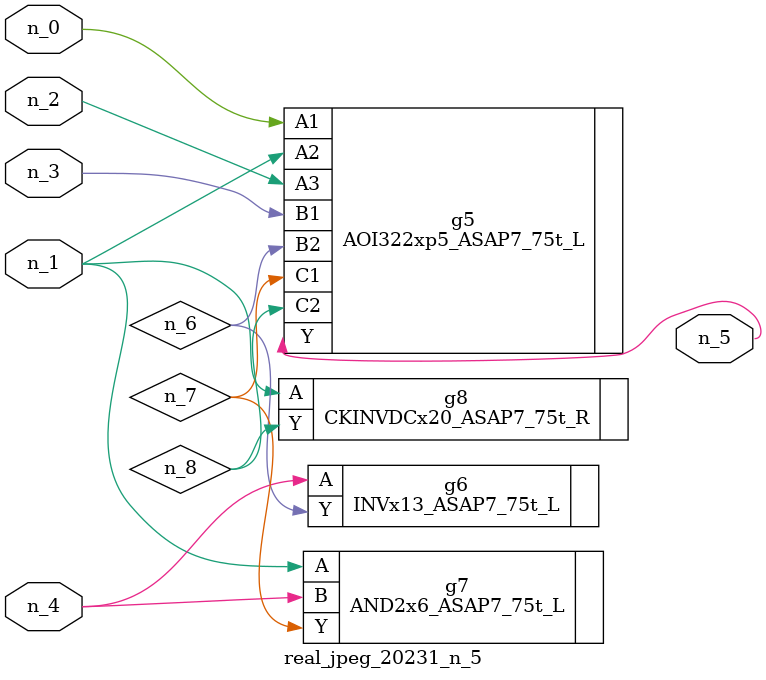
<source format=v>
module real_jpeg_20231_n_5 (n_4, n_0, n_1, n_2, n_3, n_5);

input n_4;
input n_0;
input n_1;
input n_2;
input n_3;

output n_5;

wire n_8;
wire n_6;
wire n_7;

AOI322xp5_ASAP7_75t_L g5 ( 
.A1(n_0),
.A2(n_1),
.A3(n_2),
.B1(n_3),
.B2(n_6),
.C1(n_7),
.C2(n_8),
.Y(n_5)
);

AND2x6_ASAP7_75t_L g7 ( 
.A(n_1),
.B(n_4),
.Y(n_7)
);

CKINVDCx20_ASAP7_75t_R g8 ( 
.A(n_1),
.Y(n_8)
);

INVx13_ASAP7_75t_L g6 ( 
.A(n_4),
.Y(n_6)
);


endmodule
</source>
